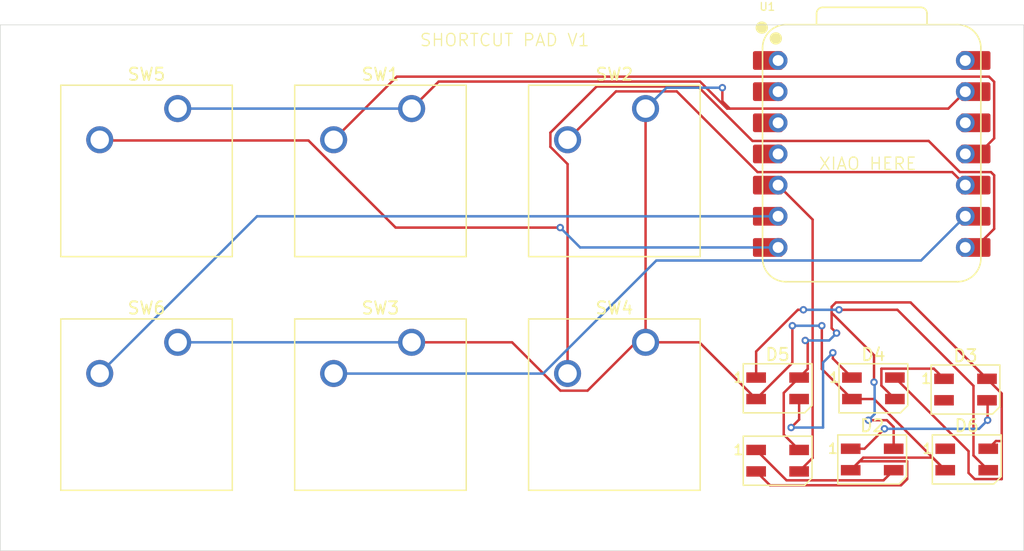
<source format=kicad_pcb>
(kicad_pcb (version 20241229) (generator "pcbnew") (generator_version "9.0")
  (layers (0 "F.Cu" signal) (2 "B.Cu" signal) (13 "F.Paste" user) (15 "B.Paste" user) (5 "F.SilkS" user "F.Silkscreen") (7 "B.SilkS" user "B.Silkscreen") (1 "F.Mask" user) (3 "B.Mask" user) (25 "Edge.Cuts" user))
  (net 0 "")
  (net 1 "Net-(D1-DIN)")
  (net 2 "GND")
  (net 3 "Net-(D1-DOUT)")
  (net 4 "+5V")
  (net 5 "Net-(U1-GPIO3{slash}MOSI)")
  (net 6 "Net-(U1-GPIO4{slash}MISO)")
  (net 7 "Net-(U1-GPIO2{slash}SCK)")
  (net 8 "Net-(U1-GPIO1{slash}RX)")
  (net 14 "Net-(U1-GPIO0{slash}TX)")
  (net 15 "Net-(U1-GPIO7{slash}SCL)")
  (net 16 "Net-(D2-DOUT)")
  (net 17 "Net-(D3-DOUT)")
  (net 19 "Net-(D4-DOUT)")
  (net 20 "Net-(D5-DOUT)")
  (footprint "Button_Switch_Keyboard:SW_Cherry_MX_1.00u_PCB" (layer "F.Cu") (at 90.64625 54.45125)
    (property "Reference" "SW6" (at -2.54 -2.794 0) (layer "F.SilkS"))
    (property "Value" "SW_Push")
    (fp_line (start -9.525 -1.905) (end 4.445 -1.905) (stroke (width 0.12)) (layer "F.SilkS"))
    (fp_line (start -9.525 12.065) (end -9.525 -1.905) (stroke (width 0.12)) (layer "F.SilkS"))
    (fp_line (start 4.445 -1.905) (end 4.445 12.065) (stroke (width 0.12)) (layer "F.SilkS"))
    (fp_line (start 4.445 12.065) (end -9.525 12.065) (stroke (width 0.12)) (layer "F.SilkS"))
    (pad "" np_thru_hole circle (at -7.62 5.08) (size 1.7 1.7) (drill 1.7) (layers "*.Cu" "*.Mask"))
    (pad "" np_thru_hole circle (at -2.54 5.08) (size 4 4) (drill 4) (layers "*.Cu" "*.Mask"))
    (pad "" np_thru_hole circle (at 2.54 5.08) (size 1.7 1.7) (drill 1.7) (layers "*.Cu" "*.Mask"))
    (pad "1" thru_hole circle (at 0 0) (size 2.2 2.2) (drill 1.5) (layers "*.Cu" "*.Mask") (net 2 "GND"))
    (pad "2" thru_hole circle (at -6.35 2.54) (size 2.2 2.2) (drill 1.5) (layers "*.Cu" "*.Mask") (net 15 "Net-(U1-GPIO7{slash}SCL)"))
  )
  (footprint "LED_SMD:LED_SK6812MINI_PLCC4_3.5x3.5mm_P1.75mm" (layer "F.Cu") (at 154.9 64)
    (property "Reference" "D6" (at 0 -2.75 0) (layer "F.SilkS"))
    (property "Value" "SK6812MINI")
    (fp_line (start -2.8 -2) (end -2.8 2) (stroke (width 0.12)) (layer "F.SilkS"))
    (fp_line (start -2.8 -2) (end 2.8 -2) (stroke (width 0.12)) (layer "F.SilkS"))
    (fp_line (start -2.8 2) (end 2.2 2) (stroke (width 0.12)) (layer "F.SilkS"))
    (fp_line (start 2.8 1.4) (end 2.2 2) (stroke (width 0.12)) (layer "F.SilkS"))
    (fp_line (start 2.8 1.4) (end 2.8 -2) (stroke (width 0.12)) (layer "F.SilkS"))
    (fp_text user "1" (at -3.2 -0.875 0) (layer "F.SilkS") (effects (font (size 0.8 0.8))))
    (pad "1" smd rect (at -1.75 -0.875) (size 1.6 0.85) (layers "F.Cu" "F.Mask" "F.Paste"))
    (pad "2" smd rect (at -1.75 0.875) (size 1.6 0.85) (layers "F.Cu" "F.Mask" "F.Paste") (net 2 "GND"))
    (pad "3" smd rect (at 1.75 0.875) (size 1.6 0.85) (layers "F.Cu" "F.Mask" "F.Paste") (net 20 "Net-(D5-DOUT)"))
    (pad "4" smd rect (at 1.75 -0.875) (size 1.6 0.85) (layers "F.Cu" "F.Mask" "F.Paste") (net 4 "+5V"))
  )
  (footprint "LED_SMD:LED_SK6812MINI_PLCC4_3.5x3.5mm_P1.75mm" (layer "F.Cu") (at 139.5 58.2)
    (property "Reference" "D5" (at 0 -2.75 0) (layer "F.SilkS"))
    (property "Value" "SK6812MINI")
    (fp_line (start -2.8 -2) (end -2.8 2) (stroke (width 0.12)) (layer "F.SilkS"))
    (fp_line (start -2.8 -2) (end 2.8 -2) (stroke (width 0.12)) (layer "F.SilkS"))
    (fp_line (start -2.8 2) (end 2.2 2) (stroke (width 0.12)) (layer "F.SilkS"))
    (fp_line (start 2.8 1.4) (end 2.2 2) (stroke (width 0.12)) (layer "F.SilkS"))
    (fp_line (start 2.8 1.4) (end 2.8 -2) (stroke (width 0.12)) (layer "F.SilkS"))
    (fp_text user "1" (at -3.2 -0.875 0) (layer "F.SilkS") (effects (font (size 0.8 0.8))))
    (pad "1" smd rect (at -1.75 -0.875) (size 1.6 0.85) (layers "F.Cu" "F.Mask" "F.Paste") (net 20 "Net-(D5-DOUT)"))
    (pad "2" smd rect (at -1.75 0.875) (size 1.6 0.85) (layers "F.Cu" "F.Mask" "F.Paste") (net 2 "GND"))
    (pad "3" smd rect (at 1.75 0.875) (size 1.6 0.85) (layers "F.Cu" "F.Mask" "F.Paste") (net 19 "Net-(D4-DOUT)"))
    (pad "4" smd rect (at 1.75 -0.875) (size 1.6 0.85) (layers "F.Cu" "F.Mask" "F.Paste") (net 4 "+5V"))
  )
  (footprint "LED_SMD:LED_SK6812MINI_PLCC4_3.5x3.5mm_P1.75mm" (layer "F.Cu") (at 147.2 64)
    (property "Reference" "D2" (at 0 -2.75 0) (layer "F.SilkS"))
    (property "Value" "SK6812MINI")
    (fp_line (start -2.8 -2) (end -2.8 2) (stroke (width 0.12)) (layer "F.SilkS"))
    (fp_line (start -2.8 -2) (end 2.8 -2) (stroke (width 0.12)) (layer "F.SilkS"))
    (fp_line (start -2.8 2) (end 2.2 2) (stroke (width 0.12)) (layer "F.SilkS"))
    (fp_line (start 2.8 1.4) (end 2.2 2) (stroke (width 0.12)) (layer "F.SilkS"))
    (fp_line (start 2.8 1.4) (end 2.8 -2) (stroke (width 0.12)) (layer "F.SilkS"))
    (fp_text user "1" (at -3.2 -0.875 0) (layer "F.SilkS") (effects (font (size 0.8 0.8))))
    (pad "1" smd rect (at -1.75 -0.875) (size 1.6 0.85) (layers "F.Cu" "F.Mask" "F.Paste") (net 16 "Net-(D2-DOUT)"))
    (pad "2" smd rect (at -1.75 0.875) (size 1.6 0.85) (layers "F.Cu" "F.Mask" "F.Paste") (net 2 "GND"))
    (pad "3" smd rect (at 1.75 0.875) (size 1.6 0.85) (layers "F.Cu" "F.Mask" "F.Paste") (net 3 "Net-(D1-DOUT)"))
    (pad "4" smd rect (at 1.75 -0.875) (size 1.6 0.85) (layers "F.Cu" "F.Mask" "F.Paste") (net 4 "+5V"))
  )
  (footprint "LED_SMD:LED_SK6812MINI_PLCC4_3.5x3.5mm_P1.75mm" (layer "F.Cu") (at 139.5 64.1)
    (property "Reference" "D1" (hide yes))
    (property "Value" "SK6812MINI")
    (fp_line (start -2.8 -2) (end -2.8 2) (stroke (width 0.12)) (layer "F.SilkS"))
    (fp_line (start -2.8 -2) (end 2.8 -2) (stroke (width 0.12)) (layer "F.SilkS"))
    (fp_line (start -2.8 2) (end 2.2 2) (stroke (width 0.12)) (layer "F.SilkS"))
    (fp_line (start 2.8 1.4) (end 2.2 2) (stroke (width 0.12)) (layer "F.SilkS"))
    (fp_line (start 2.8 1.4) (end 2.8 -2) (stroke (width 0.12)) (layer "F.SilkS"))
    (fp_text user "1" (at -3.2 -0.875 0) (layer "F.SilkS") (effects (font (size 0.8 0.8))))
    (pad "1" smd rect (at -1.75 -0.875) (size 1.6 0.85) (layers "F.Cu" "F.Mask" "F.Paste") (net 3 "Net-(D1-DOUT)"))
    (pad "2" smd rect (at -1.75 0.875) (size 1.6 0.85) (layers "F.Cu" "F.Mask" "F.Paste") (net 2 "GND"))
    (pad "3" smd rect (at 1.75 0.875) (size 1.6 0.85) (layers "F.Cu" "F.Mask" "F.Paste") (net 1 "Net-(D1-DIN)"))
    (pad "4" smd rect (at 1.75 -0.875) (size 1.6 0.85) (layers "F.Cu" "F.Mask" "F.Paste") (net 4 "+5V"))
  )
  (footprint "LED_SMD:LED_SK6812MINI_PLCC4_3.5x3.5mm_P1.75mm" (layer "F.Cu") (at 154.8 58.3)
    (property "Reference" "D3" (at 0 -2.75 0) (layer "F.SilkS"))
    (property "Value" "SK6812MINI")
    (fp_line (start -2.8 -2) (end -2.8 2) (stroke (width 0.12)) (layer "F.SilkS"))
    (fp_line (start -2.8 -2) (end 2.8 -2) (stroke (width 0.12)) (layer "F.SilkS"))
    (fp_line (start -2.8 2) (end 2.2 2) (stroke (width 0.12)) (layer "F.SilkS"))
    (fp_line (start 2.8 1.4) (end 2.2 2) (stroke (width 0.12)) (layer "F.SilkS"))
    (fp_line (start 2.8 1.4) (end 2.8 -2) (stroke (width 0.12)) (layer "F.SilkS"))
    (fp_text user "1" (at -3.2 -0.875 0) (layer "F.SilkS") (effects (font (size 0.8 0.8))))
    (pad "1" smd rect (at -1.75 -0.875) (size 1.6 0.85) (layers "F.Cu" "F.Mask" "F.Paste") (net 17 "Net-(D3-DOUT)"))
    (pad "2" smd rect (at -1.75 0.875) (size 1.6 0.85) (layers "F.Cu" "F.Mask" "F.Paste"))
    (pad "3" smd rect (at 1.75 0.875) (size 1.6 0.85) (layers "F.Cu" "F.Mask" "F.Paste") (net 16 "Net-(D2-DOUT)"))
    (pad "4" smd rect (at 1.75 -0.875) (size 1.6 0.85) (layers "F.Cu" "F.Mask" "F.Paste") (net 4 "+5V"))
  )
  (footprint "OPL:XIAO-RP2040-DIP" (layer "F.Cu") (at 147.16125 39.1)
    (property "Reference" "U1" (at -8.5 -12 0) (layer "F.SilkS") (effects (font (size 0.635 0.635) (thickness 0.1016))))
    (property "Value" "XIAO-RP2040-DIP")
    (fp_line (start -8.89 8.509) (end -8.89 -8.636) (stroke (width 0.127)) (layer "F.SilkS"))
    (fp_line (start -6.985 10.414) (end 6.985 10.414) (stroke (width 0.127)) (layer "F.SilkS"))
    (fp_line (start -4.495 -10.541) (end -4.491272 -11.451272) (stroke (width 0.127)) (layer "F.SilkS"))
    (fp_line (start -3.991272 -11.951) (end 4.004 -11.951) (stroke (width 0.127)) (layer "F.SilkS"))
    (fp_line (start 4.504 -11.451) (end 4.504 -10.541) (stroke (width 0.127)) (layer "F.SilkS"))
    (fp_line (start 6.985 -10.541) (end -6.985 -10.541) (stroke (width 0.1)) (layer "F.SilkS"))
    (fp_line (start 6.985 -10.541) (end -6.985 -10.541) (stroke (width 0.127)) (layer "F.SilkS"))
    (fp_line (start 8.89 8.509) (end 8.89 -8.636) (stroke (width 0.127)) (layer "F.SilkS"))
    (fp_arc (start -8.89 -8.636) (mid -8.332038 -9.983038) (end -6.985 -10.541) (stroke (width 0.127)) (layer "F.SilkS"))
    (fp_arc (start -6.985 10.414) (mid -8.332038 9.856038) (end -8.89 8.509) (stroke (width 0.127)) (layer "F.SilkS"))
    (fp_arc (start -4.491272 -11.451272) (mid -4.344728 -11.80464) (end -3.991272 -11.951) (stroke (width 0.127)) (layer "F.SilkS"))
    (fp_arc (start 4.004 -11.951) (mid 4.357553 -11.804553) (end 4.504 -11.451) (stroke (width 0.127)) (layer "F.SilkS"))
    (fp_arc (start 6.985 -10.541) (mid 8.332038 -9.983038) (end 8.89 -8.636) (stroke (width 0.127)) (layer "F.SilkS"))
    (fp_arc (start 8.89 8.509) (mid 8.332038 9.856038) (end 6.985 10.414) (stroke (width 0.127)) (layer "F.SilkS"))
    (fp_circle (center -8.95 -10.3) (end -8.95 -10.554) (stroke (width 0.5)) (fill yes) (layer "F.SilkS"))
    (fp_circle (center -7.807 -9.42) (end -7.807 -9.674) (stroke (width 0.5)) (fill yes) (layer "F.SilkS"))
    (pad "1" smd roundrect (at -8.455 -7.62 180) (size 2.432 1.524) (layers "F.Cu" "F.Mask") (roundrect_rratio 0.1))
    (pad "1" thru_hole circle (at -7.62 -7.62 180) (size 1.524 1.524) (drill 0.889) (layers "*.Cu" "*.Mask"))
    (pad "2" smd roundrect (at -8.455 -5.08 180) (size 2.432 1.524) (layers "F.Cu" "F.Mask") (roundrect_rratio 0.1))
    (pad "2" thru_hole circle (at -7.62 -5.08 180) (size 1.524 1.524) (drill 0.889) (layers "*.Cu" "*.Mask"))
    (pad "3" smd roundrect (at -8.455 -2.54 180) (size 2.432 1.524) (layers "F.Cu" "F.Mask") (roundrect_rratio 0.1))
    (pad "3" thru_hole circle (at -7.62 -2.54 180) (size 1.524 1.524) (drill 0.889) (layers "*.Cu" "*.Mask"))
    (pad "4" smd roundrect (at -8.455 0 180) (size 2.432 1.524) (layers "F.Cu" "F.Mask") (roundrect_rratio 0.1))
    (pad "4" thru_hole circle (at -7.62 0 180) (size 1.524 1.524) (drill 0.889) (layers "*.Cu" "*.Mask"))
    (pad "5" smd roundrect (at -8.455 2.54 180) (size 2.432 1.524) (layers "F.Cu" "F.Mask") (roundrect_rratio 0.1) (net 1 "Net-(D1-DIN)"))
    (pad "5" thru_hole circle (at -7.62 2.54 180) (size 1.524 1.524) (drill 0.889) (layers "*.Cu" "*.Mask") (net 1 "Net-(D1-DIN)"))
    (pad "6" smd roundrect (at -8.455 5.08 180) (size 2.432 1.524) (layers "F.Cu" "F.Mask") (roundrect_rratio 0.1) (net 15 "Net-(U1-GPIO7{slash}SCL)"))
    (pad "6" thru_hole circle (at -7.62 5.08 180) (size 1.524 1.524) (drill 0.889) (layers "*.Cu" "*.Mask") (net 15 "Net-(U1-GPIO7{slash}SCL)"))
    (pad "7" smd roundrect (at -8.455 7.62 180) (size 2.432 1.524) (layers "F.Cu" "F.Mask") (roundrect_rratio 0.1) (net 14 "Net-(U1-GPIO0{slash}TX)"))
    (pad "7" thru_hole circle (at -7.62 7.62 180) (size 1.524 1.524) (drill 0.889) (layers "*.Cu" "*.Mask") (net 14 "Net-(U1-GPIO0{slash}TX)"))
    (pad "8" thru_hole circle (at 7.62 7.62) (size 1.524 1.524) (drill 0.889) (layers "*.Cu" "*.Mask") (net 8 "Net-(U1-GPIO1{slash}RX)"))
    (pad "8" smd roundrect (at 8.455 7.62) (size 2.432 1.524) (layers "F.Cu" "F.Mask") (roundrect_rratio 0.1) (net 8 "Net-(U1-GPIO1{slash}RX)"))
    (pad "9" thru_hole circle (at 7.62 5.08) (size 1.524 1.524) (drill 0.889) (layers "*.Cu" "*.Mask") (net 7 "Net-(U1-GPIO2{slash}SCK)"))
    (pad "9" smd roundrect (at 8.455 5.08) (size 2.432 1.524) (layers "F.Cu" "F.Mask") (roundrect_rratio 0.1) (net 7 "Net-(U1-GPIO2{slash}SCK)"))
    (pad "10" thru_hole circle (at 7.62 2.54) (size 1.524 1.524) (drill 0.889) (layers "*.Cu" "*.Mask") (net 6 "Net-(U1-GPIO4{slash}MISO)"))
    (pad "10" smd roundrect (at 8.455 2.54) (size 2.432 1.524) (layers "F.Cu" "F.Mask") (roundrect_rratio 0.1) (net 6 "Net-(U1-GPIO4{slash}MISO)"))
    (pad "11" thru_hole circle (at 7.62 0) (size 1.524 1.524) (drill 0.889) (layers "*.Cu" "*.Mask") (net 5 "Net-(U1-GPIO3{slash}MOSI)"))
    (pad "11" smd roundrect (at 8.455 0) (size 2.432 1.524) (layers "F.Cu" "F.Mask") (roundrect_rratio 0.1) (net 5 "Net-(U1-GPIO3{slash}MOSI)"))
    (pad "12" thru_hole circle (at 7.62 -2.54) (size 1.524 1.524) (drill 0.889) (layers "*.Cu" "*.Mask"))
    (pad "12" smd roundrect (at 8.455 -2.54) (size 2.432 1.524) (layers "F.Cu" "F.Mask") (roundrect_rratio 0.1))
    (pad "13" thru_hole circle (at 7.62 -5.08) (size 1.524 1.524) (drill 0.889) (layers "*.Cu" "*.Mask") (net 2 "GND"))
    (pad "13" smd roundrect (at 8.455 -5.08) (size 2.432 1.524) (layers "F.Cu" "F.Mask") (roundrect_rratio 0.1) (net 2 "GND"))
    (pad "14" thru_hole circle (at 7.62 -7.62) (size 1.524 1.524) (drill 0.889) (layers "*.Cu" "*.Mask") (net 4 "+5V"))
    (pad "14" smd roundrect (at 8.455 -7.62) (size 2.432 1.524) (layers "F.Cu" "F.Mask") (roundrect_rratio 0.1) (net 4 "+5V"))
  )
  (footprint "Button_Switch_Keyboard:SW_Cherry_MX_1.00u_PCB" (layer "F.Cu") (at 128.74625 54.45125)
    (property "Reference" "SW4" (at -2.54 -2.794 0) (layer "F.SilkS"))
    (property "Value" "SW_Push")
    (fp_line (start -9.525 -1.905) (end 4.445 -1.905) (stroke (width 0.12)) (layer "F.SilkS"))
    (fp_line (start -9.525 12.065) (end -9.525 -1.905) (stroke (width 0.12)) (layer "F.SilkS"))
    (fp_line (start 4.445 -1.905) (end 4.445 12.065) (stroke (width 0.12)) (layer "F.SilkS"))
    (fp_line (start 4.445 12.065) (end -9.525 12.065) (stroke (width 0.12)) (layer "F.SilkS"))
    (pad "" np_thru_hole circle (at -7.62 5.08) (size 1.7 1.7) (drill 1.7) (layers "*.Cu" "*.Mask"))
    (pad "" np_thru_hole circle (at -2.54 5.08) (size 4 4) (drill 4) (layers "*.Cu" "*.Mask"))
    (pad "" np_thru_hole circle (at 2.54 5.08) (size 1.7 1.7) (drill 1.7) (layers "*.Cu" "*.Mask"))
    (pad "1" thru_hole circle (at 0 0) (size 2.2 2.2) (drill 1.5) (layers "*.Cu" "*.Mask") (net 2 "GND"))
    (pad "2" thru_hole circle (at -6.35 2.54) (size 2.2 2.2) (drill 1.5) (layers "*.Cu" "*.Mask") (net 8 "Net-(U1-GPIO1{slash}RX)"))
  )
  (footprint "LED_SMD:LED_SK6812MINI_PLCC4_3.5x3.5mm_P1.75mm" (layer "F.Cu") (at 147.3 58.2)
    (property "Reference" "D4" (at 0 -2.75 0) (layer "F.SilkS"))
    (property "Value" "SK6812MINI")
    (fp_line (start -2.8 -2) (end -2.8 2) (stroke (width 0.12)) (layer "F.SilkS"))
    (fp_line (start -2.8 -2) (end 2.8 -2) (stroke (width 0.12)) (layer "F.SilkS"))
    (fp_line (start -2.8 2) (end 2.2 2) (stroke (width 0.12)) (layer "F.SilkS"))
    (fp_line (start 2.8 1.4) (end 2.2 2) (stroke (width 0.12)) (layer "F.SilkS"))
    (fp_line (start 2.8 1.4) (end 2.8 -2) (stroke (width 0.12)) (layer "F.SilkS"))
    (fp_text user "1" (at -3.2 -0.875 0) (layer "F.SilkS") (effects (font (size 0.8 0.8))))
    (pad "1" smd rect (at -1.75 -0.875) (size 1.6 0.85) (layers "F.Cu" "F.Mask" "F.Paste") (net 19 "Net-(D4-DOUT)"))
    (pad "2" smd rect (at -1.75 0.875) (size 1.6 0.85) (layers "F.Cu" "F.Mask" "F.Paste") (net 2 "GND"))
    (pad "3" smd rect (at 1.75 0.875) (size 1.6 0.85) (layers "F.Cu" "F.Mask" "F.Paste") (net 17 "Net-(D3-DOUT)"))
    (pad "4" smd rect (at 1.75 -0.875) (size 1.6 0.85) (layers "F.Cu" "F.Mask" "F.Paste") (net 4 "+5V"))
  )
  (footprint "Button_Switch_Keyboard:SW_Cherry_MX_1.00u_PCB" (layer "F.Cu") (at 90.64625 35.40125)
    (property "Reference" "SW5" (at -2.54 -2.794 0) (layer "F.SilkS"))
    (property "Value" "SW_Push")
    (fp_line (start -9.525 -1.905) (end 4.445 -1.905) (stroke (width 0.12)) (layer "F.SilkS"))
    (fp_line (start -9.525 12.065) (end -9.525 -1.905) (stroke (width 0.12)) (layer "F.SilkS"))
    (fp_line (start 4.445 -1.905) (end 4.445 12.065) (stroke (width 0.12)) (layer "F.SilkS"))
    (fp_line (start 4.445 12.065) (end -9.525 12.065) (stroke (width 0.12)) (layer "F.SilkS"))
    (pad "" np_thru_hole circle (at -7.62 5.08) (size 1.7 1.7) (drill 1.7) (layers "*.Cu" "*.Mask"))
    (pad "" np_thru_hole circle (at -2.54 5.08) (size 4 4) (drill 4) (layers "*.Cu" "*.Mask"))
    (pad "" np_thru_hole circle (at 2.54 5.08) (size 1.7 1.7) (drill 1.7) (layers "*.Cu" "*.Mask"))
    (pad "1" thru_hole circle (at 0 0) (size 2.2 2.2) (drill 1.5) (layers "*.Cu" "*.Mask") (net 2 "GND"))
    (pad "2" thru_hole circle (at -6.35 2.54) (size 2.2 2.2) (drill 1.5) (layers "*.Cu" "*.Mask") (net 14 "Net-(U1-GPIO0{slash}TX)"))
  )
  (footprint "Button_Switch_Keyboard:SW_Cherry_MX_1.00u_PCB" (layer "F.Cu") (at 109.69625 54.45125)
    (property "Reference" "SW3" (at -2.54 -2.794 0) (layer "F.SilkS"))
    (property "Value" "SW_Push")
    (fp_line (start -9.525 -1.905) (end 4.445 -1.905) (stroke (width 0.12)) (layer "F.SilkS"))
    (fp_line (start -9.525 12.065) (end -9.525 -1.905) (stroke (width 0.12)) (layer "F.SilkS"))
    (fp_line (start 4.445 -1.905) (end 4.445 12.065) (stroke (width 0.12)) (layer "F.SilkS"))
    (fp_line (start 4.445 12.065) (end -9.525 12.065) (stroke (width 0.12)) (layer "F.SilkS"))
    (pad "" np_thru_hole circle (at -7.62 5.08) (size 1.7 1.7) (drill 1.7) (layers "*.Cu" "*.Mask"))
    (pad "" np_thru_hole circle (at -2.54 5.08) (size 4 4) (drill 4) (layers "*.Cu" "*.Mask"))
    (pad "" np_thru_hole circle (at 2.54 5.08) (size 1.7 1.7) (drill 1.7) (layers "*.Cu" "*.Mask"))
    (pad "1" thru_hole circle (at 0 0) (size 2.2 2.2) (drill 1.5) (layers "*.Cu" "*.Mask") (net 2 "GND"))
    (pad "2" thru_hole circle (at -6.35 2.54) (size 2.2 2.2) (drill 1.5) (layers "*.Cu" "*.Mask") (net 7 "Net-(U1-GPIO2{slash}SCK)"))
  )
  (footprint "Button_Switch_Keyboard:SW_Cherry_MX_1.00u_PCB" (layer "F.Cu") (at 109.69625 35.40125)
    (property "Reference" "SW1" (at -2.54 -2.794 0) (layer "F.SilkS"))
    (property "Value" "SW_Push")
    (fp_line (start -9.525 -1.905) (end 4.445 -1.905) (stroke (width 0.12)) (layer "F.SilkS"))
    (fp_line (start -9.525 12.065) (end -9.525 -1.905) (stroke (width 0.12)) (layer "F.SilkS"))
    (fp_line (start 4.445 -1.905) (end 4.445 12.065) (stroke (width 0.12)) (layer "F.SilkS"))
    (fp_line (start 4.445 12.065) (end -9.525 12.065) (stroke (width 0.12)) (layer "F.SilkS"))
    (pad "" np_thru_hole circle (at -7.62 5.08) (size 1.7 1.7) (drill 1.7) (layers "*.Cu" "*.Mask"))
    (pad "" np_thru_hole circle (at -2.54 5.08) (size 4 4) (drill 4) (layers "*.Cu" "*.Mask"))
    (pad "" np_thru_hole circle (at 2.54 5.08) (size 1.7 1.7) (drill 1.7) (layers "*.Cu" "*.Mask"))
    (pad "1" thru_hole circle (at 0 0) (size 2.2 2.2) (drill 1.5) (layers "*.Cu" "*.Mask") (net 2 "GND"))
    (pad "2" thru_hole circle (at -6.35 2.54) (size 2.2 2.2) (drill 1.5) (layers "*.Cu" "*.Mask") (net 5 "Net-(U1-GPIO3{slash}MOSI)"))
  )
  (footprint "Button_Switch_Keyboard:SW_Cherry_MX_1.00u_PCB" (layer "F.Cu") (at 128.74625 35.40125)
    (property "Reference" "SW2" (at -2.54 -2.794 0) (layer "F.SilkS"))
    (property "Value" "SW_Push")
    (fp_line (start -9.525 -1.905) (end 4.445 -1.905) (stroke (width 0.12)) (layer "F.SilkS"))
    (fp_line (start -9.525 12.065) (end -9.525 -1.905) (stroke (width 0.12)) (layer "F.SilkS"))
    (fp_line (start 4.445 -1.905) (end 4.445 12.065) (stroke (width 0.12)) (layer "F.SilkS"))
    (fp_line (start 4.445 12.065) (end -9.525 12.065) (stroke (width 0.12)) (layer "F.SilkS"))
    (pad "" np_thru_hole circle (at -7.62 5.08) (size 1.7 1.7) (drill 1.7) (layers "*.Cu" "*.Mask"))
    (pad "" np_thru_hole circle (at -2.54 5.08) (size 4 4) (drill 4) (layers "*.Cu" "*.Mask"))
    (pad "" np_thru_hole circle (at 2.54 5.08) (size 1.7 1.7) (drill 1.7) (layers "*.Cu" "*.Mask"))
    (pad "1" thru_hole circle (at 0 0) (size 2.2 2.2) (drill 1.5) (layers "*.Cu" "*.Mask") (net 2 "GND"))
    (pad "2" thru_hole circle (at -6.35 2.54) (size 2.2 2.2) (drill 1.5) (layers "*.Cu" "*.Mask") (net 6 "Net-(U1-GPIO4{slash}MISO)"))
  )
  (gr_rect (start 76.2 28.575) (end 159.54375 71.4375) (stroke (width 0.05)) (fill no) (layer "Edge.Cuts"))
  (gr_text "XIAO HERE" (at 142.8 40.48125 0) (layer "F.SilkS") (effects (font (size 1 1) (thickness 0.1)) (justify left bottom)))
  (gr_text "SHORTCUT PAD V1" (at 110.3 30.4 0) (layer "F.SilkS") (effects (font (size 1 1) (thickness 0.1)) (justify left bottom)))
  (segment (start 139.54125 41.64) (end 142.351 44.44975) (width 0.2) (layer "F.Cu") (net 1))
  (segment (start 142.351 44.44975) (end 142.351 63.874) (width 0.2) (layer "F.Cu") (net 1))
  (segment (start 142.351 63.874) (end 141.25 64.975) (width 0.2) (layer "F.Cu") (net 1))
  (segment (start 128.74625 54.45125) (end 128.74625 35.40125) (width 0.2) (layer "F.Cu") (net 2))
  (segment (start 135 34.80125) (end 135.6 35.40125) (width 0.2) (layer "F.Cu") (net 2))
  (segment (start 124.020434 58.39225) (end 127.961434 54.45125) (width 0.2) (layer "F.Cu") (net 2))
  (segment (start 109.69625 54.45125) (end 117.874936 54.45125) (width 0.2) (layer "F.Cu") (net 2))
  (segment (start 140.7 56.125) (end 137.75 59.075) (width 0.2) (layer "F.Cu") (net 2))
  (segment (start 143.1 56.625) (end 143.1 53.1) (width 0.2) (layer "F.Cu") (net 2))
  (segment (start 150.051 64.149) (end 146.176 64.149) (width 0.2) (layer "F.Cu") (net 2))
  (segment (start 133.12625 54.45125) (end 137.75 59.075) (width 0.2) (layer "F.Cu") (net 2))
  (segment (start 109.69625 35.40125) (end 111.89925 33.19825) (width 0.2) (layer "F.Cu") (net 2))
  (segment (start 127.961434 54.45125) (end 128.74625 54.45125) (width 0.2) (layer "F.Cu") (net 2))
  (segment (start 135 33.7) (end 135 34.80125) (width 0.2) (layer "F.Cu") (net 2))
  (segment (start 111.89925 33.19825) (end 133.178974 33.19825) (width 0.2) (layer "F.Cu") (net 2))
  (segment (start 150.051 65.601) (end 150.051 64.149) (width 0.2) (layer "F.Cu") (net 2))
  (segment (start 135.6 35.40125) (end 153.4 35.40125) (width 0.2) (layer "F.Cu") (net 2))
  (segment (start 145.55 59.075) (end 143.1 56.625) (width 0.2) (layer "F.Cu") (net 2))
  (segment (start 149.55 66.102) (end 150.051 65.601) (width 0.2) (layer "F.Cu") (net 2))
  (segment (start 153.15 64.875) (end 147.35 59.075) (width 0.2) (layer "F.Cu") (net 2))
  (segment (start 128.74625 54.45125) (end 133.12625 54.45125) (width 0.2) (layer "F.Cu") (net 2))
  (segment (start 117.874936 54.45125) (end 121.815936 58.39225) (width 0.2) (layer "F.Cu") (net 2))
  (segment (start 153.4 35.40125) (end 154.78125 34.02) (width 0.2) (layer "F.Cu") (net 2))
  (segment (start 121.815936 58.39225) (end 124.020434 58.39225) (width 0.2) (layer "F.Cu") (net 2))
  (segment (start 135.381974 35.40125) (end 135.6 35.40125) (width 0.2) (layer "F.Cu") (net 2))
  (segment (start 137.75 64.975) (end 138.877 66.102) (width 0.2) (layer "F.Cu") (net 2))
  (segment (start 138.877 66.102) (end 149.55 66.102) (width 0.2) (layer "F.Cu") (net 2))
  (segment (start 145.45 64.875) (end 146.474 63.851) (width 0.2) (layer "F.Cu") (net 2))
  (segment (start 133.178974 33.19825) (end 135.381974 35.40125) (width 0.2) (layer "F.Cu") (net 2))
  (segment (start 146.474 63.851) (end 152.126 63.851) (width 0.2) (layer "F.Cu") (net 2))
  (segment (start 146.176 64.149) (end 145.45 64.875) (width 0.2) (layer "F.Cu") (net 2))
  (segment (start 152.126 63.851) (end 153.15 64.875) (width 0.2) (layer "F.Cu") (net 2))
  (segment (start 140.7 53.1) (end 140.7 56.125) (width 0.2) (layer "F.Cu") (net 2))
  (segment (start 147.35 59.075) (end 145.55 59.075) (width 0.2) (layer "F.Cu") (net 2))
  (via (at 143.1 53.1) (size 0.6) (drill 0.3) (layers "F.Cu" "B.Cu") (net 2))
  (via (at 140.7 53.1) (size 0.6) (drill 0.3) (layers "F.Cu" "B.Cu") (net 2))
  (via (at 135 33.7) (size 0.6) (drill 0.3) (layers "F.Cu" "B.Cu") (net 2))
  (segment (start 143.1 53.1) (end 140.7 53.1) (width 0.2) (layer "B.Cu") (net 2))
  (segment (start 90.64625 35.40125) (end 109.69625 35.40125) (width 0.2) (layer "B.Cu") (net 2))
  (segment (start 90.64625 54.45125) (end 109.69625 54.45125) (width 0.2) (layer "B.Cu") (net 2))
  (segment (start 128.74625 35.40125) (end 130.4475 33.7) (width 0.2) (layer "B.Cu") (net 2))
  (segment (start 130.4475 33.7) (end 135 33.7) (width 0.2) (layer "B.Cu") (net 2))
  (segment (start 148.124 65.701) (end 148.95 64.875) (width 0.2) (layer "F.Cu") (net 3))
  (segment (start 140.226 65.701) (end 148.124 65.701) (width 0.2) (layer "F.Cu") (net 3))
  (segment (start 137.75 63.225) (end 140.226 65.701) (width 0.2) (layer "F.Cu") (net 3))
  (segment (start 147.349 55.498943) (end 143.899 52.048943) (width 0.2) (layer "F.Cu") (net 4))
  (segment (start 143.899 51.551057) (end 144.251057 51.199) (width 0.2) (layer "F.Cu") (net 4))
  (segment (start 141.95 56.625) (end 141.95 54.45) (width 0.2) (layer "F.Cu") (net 4))
  (segment (start 157.275 62.5) (end 157.751 62.5) (width 0.2) (layer "F.Cu") (net 4))
  (segment (start 157.751 62.5) (end 157.751 65.601) (width 0.2) (layer "F.Cu") (net 4))
  (segment (start 150.324 51.199) (end 156.55 57.425) (width 0.2) (layer "F.Cu") (net 4))
  (segment (start 144.3 53.7) (end 143.899 53.299) (width 0.2) (layer "F.Cu") (net 4))
  (segment (start 148.95 63.125) (end 148.95 61.35) (width 0.2) (layer "F.Cu") (net 4))
  (segment (start 144.251057 51.199) (end 150.324 51.199) (width 0.2) (layer "F.Cu") (net 4))
  (segment (start 141.95 54.45) (end 141.8 54.3) (width 0.2) (layer "F.Cu") (net 4))
  (segment (start 155.549 65.601) (end 155.048 65.1) (width 0.2) (layer "F.Cu") (net 4))
  (segment (start 139.999 58.576) (end 139.999 61.974) (width 0.2) (layer "F.Cu") (net 4))
  (segment (start 143.899 52.048943) (end 143.899 51.551057) (width 0.2) (layer "F.Cu") (net 4))
  (segment (start 156.65 63.125) (end 157.275 62.5) (width 0.2) (layer "F.Cu") (net 4))
  (segment (start 156.55 57.425) (end 157.751 58.626) (width 0.2) (layer "F.Cu") (net 4))
  (segment (start 141.25 57.325) (end 139.999 58.576) (width 0.2) (layer "F.Cu") (net 4))
  (segment (start 155.048 65.1) (end 155.048 63.323) (width 0.2) (layer "F.Cu") (net 4))
  (segment (start 141.8 54.3) (end 141.751 54.3) (width 0.2) (layer "F.Cu") (net 4))
  (segment (start 141.25 57.325) (end 141.95 56.625) (width 0.2) (layer "F.Cu") (net 4))
  (segment (start 143.899 53.299) (end 143.899 52.048943) (width 0.2) (layer "F.Cu") (net 4))
  (segment (start 139.999 61.974) (end 141.25 63.225) (width 0.2) (layer "F.Cu") (net 4))
  (segment (start 155.048 63.323) (end 149.05 57.325) (width 0.2) (layer "F.Cu") (net 4))
  (segment (start 147.349 57.7) (end 147.349 55.498943) (width 0.2) (layer "F.Cu") (net 4))
  (segment (start 148.95 61.35) (end 148.4 60.8) (width 0.2) (layer "F.Cu") (net 4))
  (segment (start 148.4 60.8) (end 146.9 60.8) (width 0.2) (layer "F.Cu") (net 4))
  (segment (start 157.751 58.626) (end 157.751 62.5) (width 0.2) (layer "F.Cu") (net 4))
  (segment (start 157.751 65.601) (end 155.549 65.601) (width 0.2) (layer "F.Cu") (net 4))
  (via (at 147.349 57.7) (size 0.6) (drill 0.3) (layers "F.Cu" "B.Cu") (net 4))
  (via (at 141.751 54.3) (size 0.6) (drill 0.3) (layers "F.Cu" "B.Cu") (net 4))
  (via (at 144.3 53.7) (size 0.6) (drill 0.3) (layers "F.Cu" "B.Cu") (net 4))
  (via (at 146.9 60.8) (size 0.6) (drill 0.3) (layers "F.Cu" "B.Cu") (net 4))
  (segment (start 143.7 54.3) (end 144.3 53.7) (width 0.2) (layer "B.Cu") (net 4))
  (segment (start 146.9 60.8) (end 147.4 60.3) (width 0.2) (layer "B.Cu") (net 4))
  (segment (start 141.751 54.3) (end 143.7 54.3) (width 0.2) (layer "B.Cu") (net 4))
  (segment (start 147.4 60.3) (end 147.4 57.7) (width 0.2) (layer "B.Cu") (net 4))
  (segment (start 147.4 57.7) (end 147.349 57.7) (width 0.2) (layer "B.Cu") (net 4))
  (segment (start 157.13325 37.82563) (end 155.85888 39.1) (width 0.2) (layer "F.Cu") (net 5))
  (segment (start 157.13325 33.218374) (end 157.13325 37.82563) (width 0.2) (layer "F.Cu") (net 5))
  (segment (start 156.712126 32.79725) (end 157.13325 33.218374) (width 0.2) (layer "F.Cu") (net 5))
  (segment (start 108.49025 32.79725) (end 156.712126 32.79725) (width 0.2) (layer "F.Cu") (net 5))
  (segment (start 155.85888 39.1) (end 154.78125 39.1) (width 0.2) (layer "F.Cu") (net 5))
  (segment (start 103.34625 37.94125) (end 108.49025 32.79725) (width 0.2) (layer "F.Cu") (net 5))
  (segment (start 126.33725 34.00025) (end 131.287874 34.00025) (width 0.2) (layer "F.Cu") (net 6))
  (segment (start 131.287874 34.00025) (end 137.864624 40.577) (width 0.2) (layer "F.Cu") (net 6))
  (segment (start 122.39625 37.94125) (end 126.33725 34.00025) (width 0.2) (layer "F.Cu") (net 6))
  (segment (start 137.864624 40.577) (end 153.71825 40.577) (width 0.2) (layer "F.Cu") (net 6))
  (segment (start 153.71825 40.577) (end 154.78125 41.64) (width 0.2) (layer "F.Cu") (net 6))
  (segment (start 103.30875 56.99125) (end 103.3 57) (width 0.2) (layer "B.Cu") (net 7))
  (segment (start 120.406186 57) (end 129.623186 47.783) (width 0.2) (layer "B.Cu") (net 7))
  (segment (start 103.34625 56.99125) (end 103.30875 56.99125) (width 0.2) (layer "B.Cu") (net 7))
  (segment (start 129.623186 47.783) (end 151.17825 47.783) (width 0.2) (layer "B.Cu") (net 7))
  (segment (start 151.17825 47.783) (end 154.78125 44.18) (width 0.2) (layer "B.Cu") (net 7))
  (segment (start 103.3 57) (end 120.406186 57) (width 0.2) (layer "B.Cu") (net 7))
  (segment (start 122.39625 39.922564) (end 120.99525 38.521564) (width 0.2) (layer "F.Cu") (net 8))
  (segment (start 122.39625 56.99125) (end 122.39625 39.922564) (width 0.2) (layer "F.Cu") (net 8))
  (segment (start 151.80094 38.037) (end 154.34094 40.577) (width 0.2) (layer "F.Cu") (net 8))
  (segment (start 154.34094 40.577) (end 156.871876 40.577) (width 0.2) (layer "F.Cu") (net 8))
  (segment (start 133.012874 33.59925) (end 137.450624 38.037) (width 0.2) (layer "F.Cu") (net 8))
  (segment (start 137.450624 38.037) (end 151.80094 38.037) (width 0.2) (layer "F.Cu") (net 8))
  (segment (start 155.61625 46.72) (end 154.78125 46.72) (width 0.2) (layer "F.Cu") (net 8))
  (segment (start 120.99525 37.360936) (end 124.756936 33.59925) (width 0.2) (layer "F.Cu") (net 8))
  (segment (start 124.756936 33.59925) (end 133.012874 33.59925) (width 0.2) (layer "F.Cu") (net 8))
  (segment (start 156.871876 40.577) (end 157.13325 40.838374) (width 0.2) (layer "F.Cu") (net 8))
  (segment (start 120.99525 38.521564) (end 120.99525 37.360936) (width 0.2) (layer "F.Cu") (net 8))
  (segment (start 157.13325 40.838374) (end 157.13325 45.203) (width 0.2) (layer "F.Cu") (net 8))
  (segment (start 157.13325 45.203) (end 155.61625 46.72) (width 0.2) (layer "F.Cu") (net 8))
  (segment (start 101.29347 38) (end 108.39347 45.1) (width 0.2) (layer "F.Cu") (net 14))
  (segment (start 84.34125 37.94125) (end 84.4 38) (width 0.2) (layer "F.Cu") (net 14))
  (segment (start 84.29625 37.94125) (end 84.34125 37.94125) (width 0.2) (layer "F.Cu") (net 14))
  (segment (start 84.4 38) (end 101.29347 38) (width 0.2) (layer "F.Cu") (net 14))
  (segment (start 108.39347 45.1) (end 121.79625 45.1) (width 0.2) (layer "F.Cu") (net 14))
  (via (at 121.79625 45.1) (size 0.6) (drill 0.3) (layers "F.Cu" "B.Cu") (net 14))
  (segment (start 123.41625 46.72) (end 139.54125 46.72) (width 0.2) (layer "B.Cu") (net 14))
  (segment (start 121.79625 45.1) (end 123.41625 46.72) (width 0.2) (layer "B.Cu") (net 14))
  (segment (start 97.1075 44.18) (end 139.54125 44.18) (width 0.2) (layer "B.Cu") (net 15))
  (segment (start 84.29625 56.99125) (end 97.1075 44.18) (width 0.2) (layer "B.Cu") (net 15))
  (segment (start 156.6 60.8) (end 156.6 59.225) (width 0.2) (layer "F.Cu") (net 16))
  (segment (start 146.575 63.125) (end 148.2 61.5) (width 0.2) (layer "F.Cu") (net 16))
  (segment (start 156.6 59.225) (end 156.55 59.175) (width 0.2) (layer "F.Cu") (net 16))
  (segment (start 145.45 63.125) (end 146.575 63.125) (width 0.2) (layer "F.Cu") (net 16))
  (via (at 156.6 60.8) (size 0.6) (drill 0.3) (layers "F.Cu" "B.Cu") (net 16))
  (via (at 148.2 61.5) (size 0.6) (drill 0.3) (layers "F.Cu" "B.Cu") (net 16))
  (segment (start 155.9 61.5) (end 156.6 60.8) (width 0.2) (layer "B.Cu") (net 16))
  (segment (start 148.2 61.5) (end 155.9 61.5) (width 0.2) (layer "B.Cu") (net 16))
  (segment (start 147.949 57.974) (end 147.949 56.599) (width 0.2) (layer "F.Cu") (net 17))
  (segment (start 149.05 59.075) (end 147.949 57.974) (width 0.2) (layer "F.Cu") (net 17))
  (segment (start 152.224 56.599) (end 153.05 57.425) (width 0.2) (layer "F.Cu") (net 17))
  (segment (start 147.949 56.599) (end 152.224 56.599) (width 0.2) (layer "F.Cu") (net 17))
  (segment (start 144 55.775) (end 144 55.3) (width 0.2) (layer "F.Cu") (net 19))
  (segment (start 145.55 57.325) (end 144 55.775) (width 0.2) (layer "F.Cu") (net 19))
  (segment (start 140.6 61.4) (end 141.25 60.75) (width 0.2) (layer "F.Cu") (net 19))
  (segment (start 141.25 60.75) (end 141.25 59.075) (width 0.2) (layer "F.Cu") (net 19))
  (via (at 140.6 61.4) (size 0.6) (drill 0.3) (layers "F.Cu" "B.Cu") (net 19))
  (via (at 144 55.3) (size 0.6) (drill 0.3) (layers "F.Cu" "B.Cu") (net 19))
  (segment (start 143.2 56.1) (end 143.2 61.4) (width 0.2) (layer "B.Cu") (net 19))
  (segment (start 143.2 61.4) (end 140.6 61.4) (width 0.2) (layer "B.Cu") (net 19))
  (segment (start 144 55.3) (end 143.2 56.1) (width 0.2) (layer "B.Cu") (net 19))
  (segment (start 149.252 51.8) (end 155.449 57.997) (width 0.2) (layer "F.Cu") (net 20))
  (segment (start 144.5 51.8) (end 149.252 51.8) (width 0.2) (layer "F.Cu") (net 20))
  (segment (start 155.449 63.674) (end 156.65 64.875) (width 0.2) (layer "F.Cu") (net 20))
  (segment (start 141.150057 51.8) (end 141.6 51.8) (width 0.2) (layer "F.Cu") (net 20))
  (segment (start 137.75 55.200057) (end 141.150057 51.8) (width 0.2) (layer "F.Cu") (net 20))
  (segment (start 137.75 57.325) (end 137.75 55.200057) (width 0.2) (layer "F.Cu") (net 20))
  (segment (start 155.449 57.997) (end 155.449 63.674) (width 0.2) (layer "F.Cu") (net 20))
  (via (at 144.5 51.8) (size 0.6) (drill 0.3) (layers "F.Cu" "B.Cu") (net 20))
  (via (at 141.6 51.8) (size 0.6) (drill 0.3) (layers "F.Cu" "B.Cu") (net 20))
  (segment (start 141.6 51.8) (end 144.5 51.8) (width 0.2) (layer "B.Cu") (net 20))
)
</source>
